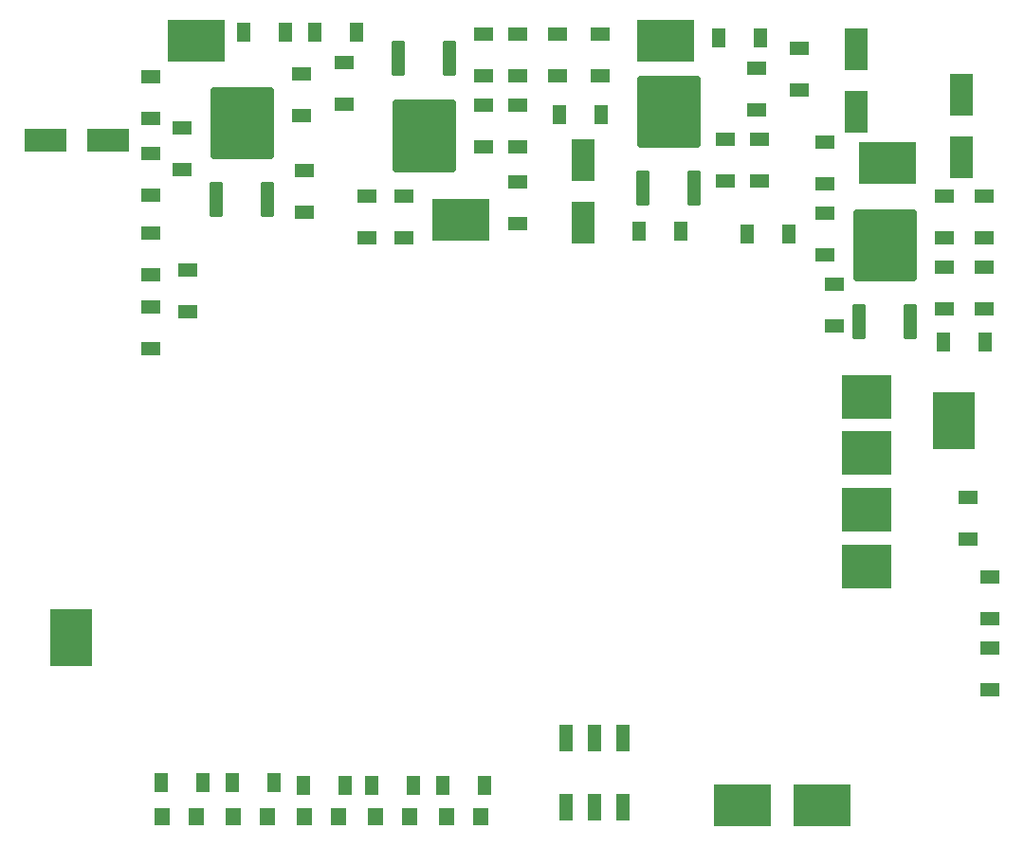
<source format=gbr>
G04 EAGLE Gerber RS-274X export*
G75*
%MOMM*%
%FSLAX34Y34*%
%LPD*%
%INSolderpaste Bottom*%
%IPPOS*%
%AMOC8*
5,1,8,0,0,1.08239X$1,22.5*%
G01*
%ADD10R,1.147000X2.408000*%
%ADD11R,3.810000X5.080000*%
%ADD12R,5.080000X3.810000*%
%ADD13R,3.754000X2.108000*%
%ADD14R,1.800000X1.300000*%
%ADD15R,1.400000X1.600000*%
%ADD16R,1.300000X1.800000*%
%ADD17R,4.445000X4.000000*%
%ADD18C,0.301000*%
%ADD19C,0.563000*%
%ADD20R,2.108000X3.754000*%


D10*
X774700Y273610D03*
X774700Y211530D03*
X800100Y273610D03*
X800100Y211530D03*
X825500Y273610D03*
X825500Y211530D03*
D11*
X332740Y363220D03*
D12*
X1003300Y213360D03*
D11*
X1121410Y557530D03*
D12*
X932180Y213360D03*
D13*
X365820Y807720D03*
X309820Y807720D03*
D14*
X1134110Y488400D03*
X1134110Y451400D03*
X1153160Y417280D03*
X1153160Y380280D03*
X1153160Y353780D03*
X1153160Y316780D03*
D15*
X698260Y203200D03*
X668260Y203200D03*
D16*
X701760Y231140D03*
X664760Y231140D03*
D17*
X1043140Y426500D03*
X1043140Y477500D03*
X1043140Y528500D03*
X1043140Y578500D03*
D18*
X512515Y768945D02*
X503485Y768945D01*
X512515Y768945D02*
X512515Y740975D01*
X503485Y740975D01*
X503485Y768945D01*
X503485Y743834D02*
X512515Y743834D01*
X512515Y746693D02*
X503485Y746693D01*
X503485Y749552D02*
X512515Y749552D01*
X512515Y752411D02*
X503485Y752411D01*
X503485Y755270D02*
X512515Y755270D01*
X512515Y758129D02*
X503485Y758129D01*
X503485Y760988D02*
X512515Y760988D01*
X512515Y763847D02*
X503485Y763847D01*
X503485Y766706D02*
X512515Y766706D01*
D19*
X510475Y852885D02*
X459805Y852885D01*
X510475Y852885D02*
X510475Y794035D01*
X459805Y794035D01*
X459805Y852885D01*
X459805Y799383D02*
X510475Y799383D01*
X510475Y804731D02*
X459805Y804731D01*
X459805Y810079D02*
X510475Y810079D01*
X510475Y815427D02*
X459805Y815427D01*
X459805Y820775D02*
X510475Y820775D01*
X510475Y826123D02*
X459805Y826123D01*
X459805Y831471D02*
X510475Y831471D01*
X510475Y836819D02*
X459805Y836819D01*
X459805Y842167D02*
X510475Y842167D01*
X510475Y847515D02*
X459805Y847515D01*
X459805Y852863D02*
X510475Y852863D01*
D18*
X466795Y768945D02*
X457765Y768945D01*
X466795Y768945D02*
X466795Y740975D01*
X457765Y740975D01*
X457765Y768945D01*
X457765Y743834D02*
X466795Y743834D01*
X466795Y746693D02*
X457765Y746693D01*
X457765Y749552D02*
X466795Y749552D01*
X466795Y752411D02*
X457765Y752411D01*
X457765Y755270D02*
X466795Y755270D01*
X466795Y758129D02*
X457765Y758129D01*
X457765Y760988D02*
X466795Y760988D01*
X466795Y763847D02*
X457765Y763847D01*
X457765Y766706D02*
X466795Y766706D01*
D14*
X403860Y864320D03*
X403860Y827320D03*
X403860Y795740D03*
X403860Y758740D03*
X538480Y829860D03*
X538480Y866860D03*
D16*
X523960Y904240D03*
X486960Y904240D03*
D14*
X431800Y818600D03*
X431800Y781600D03*
X541020Y743500D03*
X541020Y780500D03*
D12*
X444500Y896620D03*
D14*
X403860Y687620D03*
X403860Y724620D03*
X403860Y621580D03*
X403860Y658580D03*
X436880Y691600D03*
X436880Y654600D03*
D15*
X444260Y203200D03*
X414260Y203200D03*
D16*
X413300Y233680D03*
X450300Y233680D03*
D20*
X789940Y734000D03*
X789940Y790000D03*
D18*
X629355Y866815D02*
X620325Y866815D01*
X620325Y894785D01*
X629355Y894785D01*
X629355Y866815D01*
X629355Y869674D02*
X620325Y869674D01*
X620325Y872533D02*
X629355Y872533D01*
X629355Y875392D02*
X620325Y875392D01*
X620325Y878251D02*
X629355Y878251D01*
X629355Y881110D02*
X620325Y881110D01*
X620325Y883969D02*
X629355Y883969D01*
X629355Y886828D02*
X620325Y886828D01*
X620325Y889687D02*
X629355Y889687D01*
X629355Y892546D02*
X620325Y892546D01*
D19*
X622365Y782875D02*
X673035Y782875D01*
X622365Y782875D02*
X622365Y841725D01*
X673035Y841725D01*
X673035Y782875D01*
X673035Y788223D02*
X622365Y788223D01*
X622365Y793571D02*
X673035Y793571D01*
X673035Y798919D02*
X622365Y798919D01*
X622365Y804267D02*
X673035Y804267D01*
X673035Y809615D02*
X622365Y809615D01*
X622365Y814963D02*
X673035Y814963D01*
X673035Y820311D02*
X622365Y820311D01*
X622365Y825659D02*
X673035Y825659D01*
X673035Y831007D02*
X622365Y831007D01*
X622365Y836355D02*
X673035Y836355D01*
X673035Y841703D02*
X622365Y841703D01*
D18*
X666045Y866815D02*
X675075Y866815D01*
X666045Y866815D02*
X666045Y894785D01*
X675075Y894785D01*
X675075Y866815D01*
X675075Y869674D02*
X666045Y869674D01*
X666045Y872533D02*
X675075Y872533D01*
X675075Y875392D02*
X666045Y875392D01*
X666045Y878251D02*
X675075Y878251D01*
X675075Y881110D02*
X666045Y881110D01*
X666045Y883969D02*
X675075Y883969D01*
X675075Y886828D02*
X666045Y886828D01*
X666045Y889687D02*
X675075Y889687D01*
X675075Y892546D02*
X666045Y892546D01*
D14*
X629920Y757640D03*
X629920Y720640D03*
X596900Y720640D03*
X596900Y757640D03*
D16*
X587460Y904240D03*
X550460Y904240D03*
D14*
X576580Y877020D03*
X576580Y840020D03*
X701040Y865420D03*
X701040Y902420D03*
X701040Y838920D03*
X701040Y801920D03*
D12*
X680720Y736600D03*
D14*
X731520Y770340D03*
X731520Y733340D03*
X731520Y838920D03*
X731520Y801920D03*
X731520Y902420D03*
X731520Y865420D03*
D15*
X507760Y203200D03*
X477760Y203200D03*
D16*
X476800Y233680D03*
X513800Y233680D03*
D20*
X1033780Y889060D03*
X1033780Y833060D03*
D18*
X893515Y779105D02*
X884485Y779105D01*
X893515Y779105D02*
X893515Y751135D01*
X884485Y751135D01*
X884485Y779105D01*
X884485Y753994D02*
X893515Y753994D01*
X893515Y756853D02*
X884485Y756853D01*
X884485Y759712D02*
X893515Y759712D01*
X893515Y762571D02*
X884485Y762571D01*
X884485Y765430D02*
X893515Y765430D01*
X893515Y768289D02*
X884485Y768289D01*
X884485Y771148D02*
X893515Y771148D01*
X893515Y774007D02*
X884485Y774007D01*
X884485Y776866D02*
X893515Y776866D01*
D19*
X891475Y863045D02*
X840805Y863045D01*
X891475Y863045D02*
X891475Y804195D01*
X840805Y804195D01*
X840805Y863045D01*
X840805Y809543D02*
X891475Y809543D01*
X891475Y814891D02*
X840805Y814891D01*
X840805Y820239D02*
X891475Y820239D01*
X891475Y825587D02*
X840805Y825587D01*
X840805Y830935D02*
X891475Y830935D01*
X891475Y836283D02*
X840805Y836283D01*
X840805Y841631D02*
X891475Y841631D01*
X891475Y846979D02*
X840805Y846979D01*
X840805Y852327D02*
X891475Y852327D01*
X891475Y857675D02*
X840805Y857675D01*
X840805Y863023D02*
X891475Y863023D01*
D18*
X847795Y779105D02*
X838765Y779105D01*
X847795Y779105D02*
X847795Y751135D01*
X838765Y751135D01*
X838765Y779105D01*
X838765Y753994D02*
X847795Y753994D01*
X847795Y756853D02*
X838765Y756853D01*
X838765Y759712D02*
X847795Y759712D01*
X847795Y762571D02*
X838765Y762571D01*
X838765Y765430D02*
X847795Y765430D01*
X847795Y768289D02*
X838765Y768289D01*
X838765Y771148D02*
X847795Y771148D01*
X847795Y774007D02*
X838765Y774007D01*
X838765Y776866D02*
X847795Y776866D01*
D16*
X911140Y899160D03*
X948140Y899160D03*
D14*
X982980Y889720D03*
X982980Y852720D03*
X944880Y871940D03*
X944880Y834940D03*
X947420Y808440D03*
X947420Y771440D03*
D16*
X877020Y726440D03*
X840020Y726440D03*
D14*
X916940Y771440D03*
X916940Y808440D03*
D12*
X863600Y896620D03*
D14*
X805180Y865420D03*
X805180Y902420D03*
X767080Y865420D03*
X767080Y902420D03*
D16*
X805900Y830580D03*
X768900Y830580D03*
D15*
X571260Y203200D03*
X541260Y203200D03*
D16*
X540300Y231140D03*
X577300Y231140D03*
D20*
X1127760Y792420D03*
X1127760Y848420D03*
D18*
X1086555Y659725D02*
X1077525Y659725D01*
X1086555Y659725D02*
X1086555Y631755D01*
X1077525Y631755D01*
X1077525Y659725D01*
X1077525Y634614D02*
X1086555Y634614D01*
X1086555Y637473D02*
X1077525Y637473D01*
X1077525Y640332D02*
X1086555Y640332D01*
X1086555Y643191D02*
X1077525Y643191D01*
X1077525Y646050D02*
X1086555Y646050D01*
X1086555Y648909D02*
X1077525Y648909D01*
X1077525Y651768D02*
X1086555Y651768D01*
X1086555Y654627D02*
X1077525Y654627D01*
X1077525Y657486D02*
X1086555Y657486D01*
D19*
X1084515Y743665D02*
X1033845Y743665D01*
X1084515Y743665D02*
X1084515Y684815D01*
X1033845Y684815D01*
X1033845Y743665D01*
X1033845Y690163D02*
X1084515Y690163D01*
X1084515Y695511D02*
X1033845Y695511D01*
X1033845Y700859D02*
X1084515Y700859D01*
X1084515Y706207D02*
X1033845Y706207D01*
X1033845Y711555D02*
X1084515Y711555D01*
X1084515Y716903D02*
X1033845Y716903D01*
X1033845Y722251D02*
X1084515Y722251D01*
X1084515Y727599D02*
X1033845Y727599D01*
X1033845Y732947D02*
X1084515Y732947D01*
X1084515Y738295D02*
X1033845Y738295D01*
X1033845Y743643D02*
X1084515Y743643D01*
D18*
X1040835Y659725D02*
X1031805Y659725D01*
X1040835Y659725D02*
X1040835Y631755D01*
X1031805Y631755D01*
X1031805Y659725D01*
X1031805Y634614D02*
X1040835Y634614D01*
X1040835Y637473D02*
X1031805Y637473D01*
X1031805Y640332D02*
X1040835Y640332D01*
X1040835Y643191D02*
X1031805Y643191D01*
X1031805Y646050D02*
X1040835Y646050D01*
X1040835Y648909D02*
X1031805Y648909D01*
X1031805Y651768D02*
X1040835Y651768D01*
X1040835Y654627D02*
X1031805Y654627D01*
X1031805Y657486D02*
X1040835Y657486D01*
D14*
X1112520Y757640D03*
X1112520Y720640D03*
X1148080Y757640D03*
X1148080Y720640D03*
X1148080Y694140D03*
X1148080Y657140D03*
D16*
X1148800Y627380D03*
X1111800Y627380D03*
D14*
X1014730Y678900D03*
X1014730Y641900D03*
X1112520Y657140D03*
X1112520Y694140D03*
D12*
X1061720Y787400D03*
D14*
X1005840Y768900D03*
X1005840Y805900D03*
X1005840Y705400D03*
X1005840Y742400D03*
D16*
X936540Y723900D03*
X973540Y723900D03*
D15*
X634760Y203200D03*
X604760Y203200D03*
D16*
X601260Y231140D03*
X638260Y231140D03*
M02*

</source>
